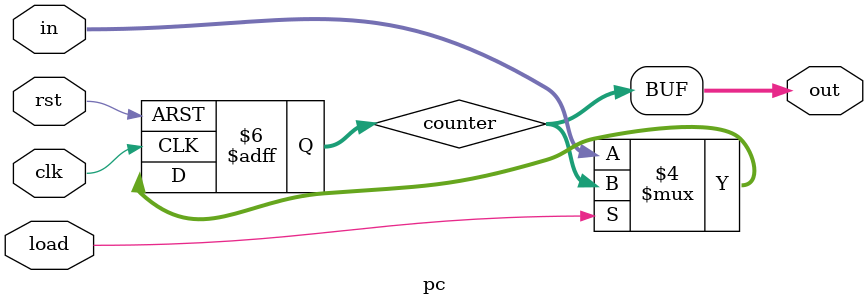
<source format=v>
module pc(clk,rst,load,in,out);
input clk,rst,load;
input [15:0] in;
output [15:0]out;
reg [15:0] counter;
always@(posedge clk,posedge rst)begin
	if(rst)begin
		counter=0;
	end
	else if(~load) begin
		counter=in;
	end
end
assign out = counter;
endmodule
</source>
